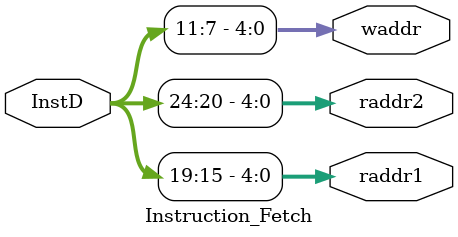
<source format=sv>
module Instruction_Fetch (
    input logic [31:0] InstD,
    output logic [4:0] raddr1,raddr2,waddr
);

always_comb begin
        raddr1 = InstD[19:15];
        raddr2 = InstD[24:20];
        waddr  = InstD[11:7];  
end
endmodule
</source>
